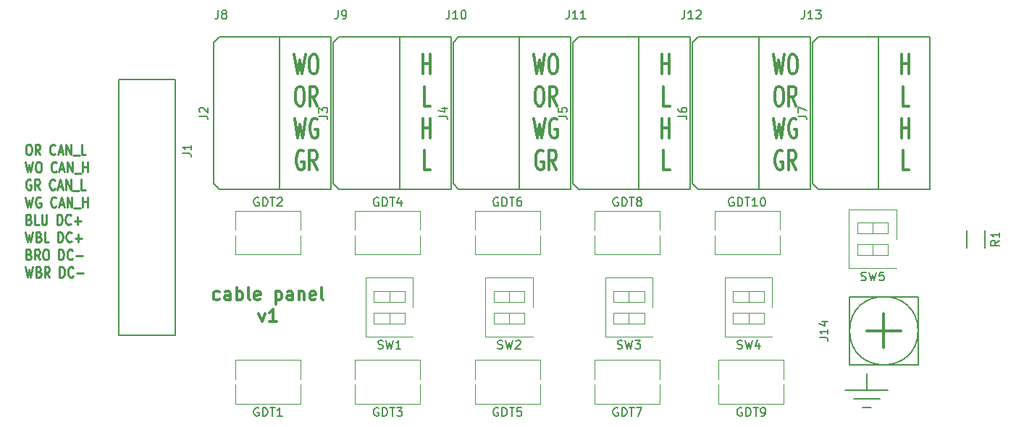
<source format=gto>
G04 #@! TF.FileFunction,Legend,Top*
%FSLAX46Y46*%
G04 Gerber Fmt 4.6, Leading zero omitted, Abs format (unit mm)*
G04 Created by KiCad (PCBNEW 4.0.6) date Sunday, 05 May 2019 10:36:36*
%MOMM*%
%LPD*%
G01*
G04 APERTURE LIST*
%ADD10C,0.100000*%
%ADD11C,0.300000*%
%ADD12C,0.200000*%
%ADD13C,0.250000*%
%ADD14C,0.150000*%
%ADD15C,0.120000*%
G04 APERTURE END LIST*
D10*
D11*
X132821429Y-95332143D02*
X132678572Y-95403571D01*
X132392858Y-95403571D01*
X132250000Y-95332143D01*
X132178572Y-95260714D01*
X132107143Y-95117857D01*
X132107143Y-94689286D01*
X132178572Y-94546429D01*
X132250000Y-94475000D01*
X132392858Y-94403571D01*
X132678572Y-94403571D01*
X132821429Y-94475000D01*
X134107143Y-95403571D02*
X134107143Y-94617857D01*
X134035714Y-94475000D01*
X133892857Y-94403571D01*
X133607143Y-94403571D01*
X133464286Y-94475000D01*
X134107143Y-95332143D02*
X133964286Y-95403571D01*
X133607143Y-95403571D01*
X133464286Y-95332143D01*
X133392857Y-95189286D01*
X133392857Y-95046429D01*
X133464286Y-94903571D01*
X133607143Y-94832143D01*
X133964286Y-94832143D01*
X134107143Y-94760714D01*
X134821429Y-95403571D02*
X134821429Y-93903571D01*
X134821429Y-94475000D02*
X134964286Y-94403571D01*
X135250000Y-94403571D01*
X135392857Y-94475000D01*
X135464286Y-94546429D01*
X135535715Y-94689286D01*
X135535715Y-95117857D01*
X135464286Y-95260714D01*
X135392857Y-95332143D01*
X135250000Y-95403571D01*
X134964286Y-95403571D01*
X134821429Y-95332143D01*
X136392858Y-95403571D02*
X136250000Y-95332143D01*
X136178572Y-95189286D01*
X136178572Y-93903571D01*
X137535714Y-95332143D02*
X137392857Y-95403571D01*
X137107143Y-95403571D01*
X136964286Y-95332143D01*
X136892857Y-95189286D01*
X136892857Y-94617857D01*
X136964286Y-94475000D01*
X137107143Y-94403571D01*
X137392857Y-94403571D01*
X137535714Y-94475000D01*
X137607143Y-94617857D01*
X137607143Y-94760714D01*
X136892857Y-94903571D01*
X139392857Y-94403571D02*
X139392857Y-95903571D01*
X139392857Y-94475000D02*
X139535714Y-94403571D01*
X139821428Y-94403571D01*
X139964285Y-94475000D01*
X140035714Y-94546429D01*
X140107143Y-94689286D01*
X140107143Y-95117857D01*
X140035714Y-95260714D01*
X139964285Y-95332143D01*
X139821428Y-95403571D01*
X139535714Y-95403571D01*
X139392857Y-95332143D01*
X141392857Y-95403571D02*
X141392857Y-94617857D01*
X141321428Y-94475000D01*
X141178571Y-94403571D01*
X140892857Y-94403571D01*
X140750000Y-94475000D01*
X141392857Y-95332143D02*
X141250000Y-95403571D01*
X140892857Y-95403571D01*
X140750000Y-95332143D01*
X140678571Y-95189286D01*
X140678571Y-95046429D01*
X140750000Y-94903571D01*
X140892857Y-94832143D01*
X141250000Y-94832143D01*
X141392857Y-94760714D01*
X142107143Y-94403571D02*
X142107143Y-95403571D01*
X142107143Y-94546429D02*
X142178571Y-94475000D01*
X142321429Y-94403571D01*
X142535714Y-94403571D01*
X142678571Y-94475000D01*
X142750000Y-94617857D01*
X142750000Y-95403571D01*
X144035714Y-95332143D02*
X143892857Y-95403571D01*
X143607143Y-95403571D01*
X143464286Y-95332143D01*
X143392857Y-95189286D01*
X143392857Y-94617857D01*
X143464286Y-94475000D01*
X143607143Y-94403571D01*
X143892857Y-94403571D01*
X144035714Y-94475000D01*
X144107143Y-94617857D01*
X144107143Y-94760714D01*
X143392857Y-94903571D01*
X144964286Y-95403571D02*
X144821428Y-95332143D01*
X144750000Y-95189286D01*
X144750000Y-93903571D01*
X137428572Y-96953571D02*
X137785715Y-97953571D01*
X138142857Y-96953571D01*
X139500000Y-97953571D02*
X138642857Y-97953571D01*
X139071429Y-97953571D02*
X139071429Y-96453571D01*
X138928572Y-96667857D01*
X138785714Y-96810714D01*
X138642857Y-96882143D01*
D12*
X208500000Y-106000000D02*
X208500000Y-104000000D01*
X206000000Y-106000000D02*
X211000000Y-106000000D01*
X207000000Y-107000000D02*
X210000000Y-107000000D01*
X208000000Y-108000000D02*
X209000000Y-108000000D01*
D11*
X184571429Y-68915476D02*
X184571429Y-66615476D01*
X184571429Y-67710714D02*
X185428572Y-67710714D01*
X185428572Y-68915476D02*
X185428572Y-66615476D01*
X185464286Y-72665476D02*
X184750000Y-72665476D01*
X184750000Y-70365476D01*
X184571429Y-76415476D02*
X184571429Y-74115476D01*
X184571429Y-75210714D02*
X185428572Y-75210714D01*
X185428572Y-76415476D02*
X185428572Y-74115476D01*
X185464286Y-80165476D02*
X184750000Y-80165476D01*
X184750000Y-77865476D01*
X169571429Y-66615476D02*
X169928572Y-68915476D01*
X170214286Y-67272619D01*
X170500000Y-68915476D01*
X170857143Y-66615476D01*
X171714286Y-66615476D02*
X172000000Y-66615476D01*
X172142858Y-66725000D01*
X172285715Y-66944048D01*
X172357143Y-67382143D01*
X172357143Y-68148810D01*
X172285715Y-68586905D01*
X172142858Y-68805952D01*
X172000000Y-68915476D01*
X171714286Y-68915476D01*
X171571429Y-68805952D01*
X171428572Y-68586905D01*
X171357143Y-68148810D01*
X171357143Y-67382143D01*
X171428572Y-66944048D01*
X171571429Y-66725000D01*
X171714286Y-66615476D01*
X170107143Y-70365476D02*
X170392857Y-70365476D01*
X170535715Y-70475000D01*
X170678572Y-70694048D01*
X170750000Y-71132143D01*
X170750000Y-71898810D01*
X170678572Y-72336905D01*
X170535715Y-72555952D01*
X170392857Y-72665476D01*
X170107143Y-72665476D01*
X169964286Y-72555952D01*
X169821429Y-72336905D01*
X169750000Y-71898810D01*
X169750000Y-71132143D01*
X169821429Y-70694048D01*
X169964286Y-70475000D01*
X170107143Y-70365476D01*
X172250001Y-72665476D02*
X171750001Y-71570238D01*
X171392858Y-72665476D02*
X171392858Y-70365476D01*
X171964286Y-70365476D01*
X172107144Y-70475000D01*
X172178572Y-70584524D01*
X172250001Y-70803571D01*
X172250001Y-71132143D01*
X172178572Y-71351190D01*
X172107144Y-71460714D01*
X171964286Y-71570238D01*
X171392858Y-71570238D01*
X169607143Y-74115476D02*
X169964286Y-76415476D01*
X170250000Y-74772619D01*
X170535714Y-76415476D01*
X170892857Y-74115476D01*
X172250000Y-74225000D02*
X172107143Y-74115476D01*
X171892857Y-74115476D01*
X171678572Y-74225000D01*
X171535714Y-74444048D01*
X171464286Y-74663095D01*
X171392857Y-75101190D01*
X171392857Y-75429762D01*
X171464286Y-75867857D01*
X171535714Y-76086905D01*
X171678572Y-76305952D01*
X171892857Y-76415476D01*
X172035714Y-76415476D01*
X172250000Y-76305952D01*
X172321429Y-76196429D01*
X172321429Y-75429762D01*
X172035714Y-75429762D01*
X170642857Y-77975000D02*
X170500000Y-77865476D01*
X170285714Y-77865476D01*
X170071429Y-77975000D01*
X169928571Y-78194048D01*
X169857143Y-78413095D01*
X169785714Y-78851190D01*
X169785714Y-79179762D01*
X169857143Y-79617857D01*
X169928571Y-79836905D01*
X170071429Y-80055952D01*
X170285714Y-80165476D01*
X170428571Y-80165476D01*
X170642857Y-80055952D01*
X170714286Y-79946429D01*
X170714286Y-79179762D01*
X170428571Y-79179762D01*
X172214286Y-80165476D02*
X171714286Y-79070238D01*
X171357143Y-80165476D02*
X171357143Y-77865476D01*
X171928571Y-77865476D01*
X172071429Y-77975000D01*
X172142857Y-78084524D01*
X172214286Y-78303571D01*
X172214286Y-78632143D01*
X172142857Y-78851190D01*
X172071429Y-78960714D01*
X171928571Y-79070238D01*
X171357143Y-79070238D01*
X156571429Y-68915476D02*
X156571429Y-66615476D01*
X156571429Y-67710714D02*
X157428572Y-67710714D01*
X157428572Y-68915476D02*
X157428572Y-66615476D01*
X157464286Y-72665476D02*
X156750000Y-72665476D01*
X156750000Y-70365476D01*
X156571429Y-76415476D02*
X156571429Y-74115476D01*
X156571429Y-75210714D02*
X157428572Y-75210714D01*
X157428572Y-76415476D02*
X157428572Y-74115476D01*
X157464286Y-80165476D02*
X156750000Y-80165476D01*
X156750000Y-77865476D01*
X141571429Y-66615476D02*
X141928572Y-68915476D01*
X142214286Y-67272619D01*
X142500000Y-68915476D01*
X142857143Y-66615476D01*
X143714286Y-66615476D02*
X144000000Y-66615476D01*
X144142858Y-66725000D01*
X144285715Y-66944048D01*
X144357143Y-67382143D01*
X144357143Y-68148810D01*
X144285715Y-68586905D01*
X144142858Y-68805952D01*
X144000000Y-68915476D01*
X143714286Y-68915476D01*
X143571429Y-68805952D01*
X143428572Y-68586905D01*
X143357143Y-68148810D01*
X143357143Y-67382143D01*
X143428572Y-66944048D01*
X143571429Y-66725000D01*
X143714286Y-66615476D01*
X142107143Y-70365476D02*
X142392857Y-70365476D01*
X142535715Y-70475000D01*
X142678572Y-70694048D01*
X142750000Y-71132143D01*
X142750000Y-71898810D01*
X142678572Y-72336905D01*
X142535715Y-72555952D01*
X142392857Y-72665476D01*
X142107143Y-72665476D01*
X141964286Y-72555952D01*
X141821429Y-72336905D01*
X141750000Y-71898810D01*
X141750000Y-71132143D01*
X141821429Y-70694048D01*
X141964286Y-70475000D01*
X142107143Y-70365476D01*
X144250001Y-72665476D02*
X143750001Y-71570238D01*
X143392858Y-72665476D02*
X143392858Y-70365476D01*
X143964286Y-70365476D01*
X144107144Y-70475000D01*
X144178572Y-70584524D01*
X144250001Y-70803571D01*
X144250001Y-71132143D01*
X144178572Y-71351190D01*
X144107144Y-71460714D01*
X143964286Y-71570238D01*
X143392858Y-71570238D01*
X141607143Y-74115476D02*
X141964286Y-76415476D01*
X142250000Y-74772619D01*
X142535714Y-76415476D01*
X142892857Y-74115476D01*
X144250000Y-74225000D02*
X144107143Y-74115476D01*
X143892857Y-74115476D01*
X143678572Y-74225000D01*
X143535714Y-74444048D01*
X143464286Y-74663095D01*
X143392857Y-75101190D01*
X143392857Y-75429762D01*
X143464286Y-75867857D01*
X143535714Y-76086905D01*
X143678572Y-76305952D01*
X143892857Y-76415476D01*
X144035714Y-76415476D01*
X144250000Y-76305952D01*
X144321429Y-76196429D01*
X144321429Y-75429762D01*
X144035714Y-75429762D01*
X142642857Y-77975000D02*
X142500000Y-77865476D01*
X142285714Y-77865476D01*
X142071429Y-77975000D01*
X141928571Y-78194048D01*
X141857143Y-78413095D01*
X141785714Y-78851190D01*
X141785714Y-79179762D01*
X141857143Y-79617857D01*
X141928571Y-79836905D01*
X142071429Y-80055952D01*
X142285714Y-80165476D01*
X142428571Y-80165476D01*
X142642857Y-80055952D01*
X142714286Y-79946429D01*
X142714286Y-79179762D01*
X142428571Y-79179762D01*
X144214286Y-80165476D02*
X143714286Y-79070238D01*
X143357143Y-80165476D02*
X143357143Y-77865476D01*
X143928571Y-77865476D01*
X144071429Y-77975000D01*
X144142857Y-78084524D01*
X144214286Y-78303571D01*
X144214286Y-78632143D01*
X144142857Y-78851190D01*
X144071429Y-78960714D01*
X143928571Y-79070238D01*
X143357143Y-79070238D01*
X212571429Y-68915476D02*
X212571429Y-66615476D01*
X212571429Y-67710714D02*
X213428572Y-67710714D01*
X213428572Y-68915476D02*
X213428572Y-66615476D01*
X213464286Y-72665476D02*
X212750000Y-72665476D01*
X212750000Y-70365476D01*
X212571429Y-76415476D02*
X212571429Y-74115476D01*
X212571429Y-75210714D02*
X213428572Y-75210714D01*
X213428572Y-76415476D02*
X213428572Y-74115476D01*
X213464286Y-80165476D02*
X212750000Y-80165476D01*
X212750000Y-77865476D01*
X197571429Y-66615476D02*
X197928572Y-68915476D01*
X198214286Y-67272619D01*
X198500000Y-68915476D01*
X198857143Y-66615476D01*
X199714286Y-66615476D02*
X200000000Y-66615476D01*
X200142858Y-66725000D01*
X200285715Y-66944048D01*
X200357143Y-67382143D01*
X200357143Y-68148810D01*
X200285715Y-68586905D01*
X200142858Y-68805952D01*
X200000000Y-68915476D01*
X199714286Y-68915476D01*
X199571429Y-68805952D01*
X199428572Y-68586905D01*
X199357143Y-68148810D01*
X199357143Y-67382143D01*
X199428572Y-66944048D01*
X199571429Y-66725000D01*
X199714286Y-66615476D01*
X198107143Y-70365476D02*
X198392857Y-70365476D01*
X198535715Y-70475000D01*
X198678572Y-70694048D01*
X198750000Y-71132143D01*
X198750000Y-71898810D01*
X198678572Y-72336905D01*
X198535715Y-72555952D01*
X198392857Y-72665476D01*
X198107143Y-72665476D01*
X197964286Y-72555952D01*
X197821429Y-72336905D01*
X197750000Y-71898810D01*
X197750000Y-71132143D01*
X197821429Y-70694048D01*
X197964286Y-70475000D01*
X198107143Y-70365476D01*
X200250001Y-72665476D02*
X199750001Y-71570238D01*
X199392858Y-72665476D02*
X199392858Y-70365476D01*
X199964286Y-70365476D01*
X200107144Y-70475000D01*
X200178572Y-70584524D01*
X200250001Y-70803571D01*
X200250001Y-71132143D01*
X200178572Y-71351190D01*
X200107144Y-71460714D01*
X199964286Y-71570238D01*
X199392858Y-71570238D01*
X197607143Y-74115476D02*
X197964286Y-76415476D01*
X198250000Y-74772619D01*
X198535714Y-76415476D01*
X198892857Y-74115476D01*
X200250000Y-74225000D02*
X200107143Y-74115476D01*
X199892857Y-74115476D01*
X199678572Y-74225000D01*
X199535714Y-74444048D01*
X199464286Y-74663095D01*
X199392857Y-75101190D01*
X199392857Y-75429762D01*
X199464286Y-75867857D01*
X199535714Y-76086905D01*
X199678572Y-76305952D01*
X199892857Y-76415476D01*
X200035714Y-76415476D01*
X200250000Y-76305952D01*
X200321429Y-76196429D01*
X200321429Y-75429762D01*
X200035714Y-75429762D01*
X198642857Y-77975000D02*
X198500000Y-77865476D01*
X198285714Y-77865476D01*
X198071429Y-77975000D01*
X197928571Y-78194048D01*
X197857143Y-78413095D01*
X197785714Y-78851190D01*
X197785714Y-79179762D01*
X197857143Y-79617857D01*
X197928571Y-79836905D01*
X198071429Y-80055952D01*
X198285714Y-80165476D01*
X198428571Y-80165476D01*
X198642857Y-80055952D01*
X198714286Y-79946429D01*
X198714286Y-79179762D01*
X198428571Y-79179762D01*
X200214286Y-80165476D02*
X199714286Y-79070238D01*
X199357143Y-80165476D02*
X199357143Y-77865476D01*
X199928571Y-77865476D01*
X200071429Y-77975000D01*
X200142857Y-78084524D01*
X200214286Y-78303571D01*
X200214286Y-78632143D01*
X200142857Y-78851190D01*
X200071429Y-78960714D01*
X199928571Y-79070238D01*
X199357143Y-79070238D01*
D13*
X110428571Y-77167857D02*
X110619048Y-77167857D01*
X110714286Y-77225000D01*
X110809524Y-77339286D01*
X110857143Y-77567857D01*
X110857143Y-77967857D01*
X110809524Y-78196429D01*
X110714286Y-78310714D01*
X110619048Y-78367857D01*
X110428571Y-78367857D01*
X110333333Y-78310714D01*
X110238095Y-78196429D01*
X110190476Y-77967857D01*
X110190476Y-77567857D01*
X110238095Y-77339286D01*
X110333333Y-77225000D01*
X110428571Y-77167857D01*
X111857143Y-78367857D02*
X111523809Y-77796429D01*
X111285714Y-78367857D02*
X111285714Y-77167857D01*
X111666667Y-77167857D01*
X111761905Y-77225000D01*
X111809524Y-77282143D01*
X111857143Y-77396429D01*
X111857143Y-77567857D01*
X111809524Y-77682143D01*
X111761905Y-77739286D01*
X111666667Y-77796429D01*
X111285714Y-77796429D01*
X113619048Y-78253571D02*
X113571429Y-78310714D01*
X113428572Y-78367857D01*
X113333334Y-78367857D01*
X113190476Y-78310714D01*
X113095238Y-78196429D01*
X113047619Y-78082143D01*
X113000000Y-77853571D01*
X113000000Y-77682143D01*
X113047619Y-77453571D01*
X113095238Y-77339286D01*
X113190476Y-77225000D01*
X113333334Y-77167857D01*
X113428572Y-77167857D01*
X113571429Y-77225000D01*
X113619048Y-77282143D01*
X114000000Y-78025000D02*
X114476191Y-78025000D01*
X113904762Y-78367857D02*
X114238095Y-77167857D01*
X114571429Y-78367857D01*
X114904762Y-78367857D02*
X114904762Y-77167857D01*
X115476191Y-78367857D01*
X115476191Y-77167857D01*
X115714286Y-78482143D02*
X116476191Y-78482143D01*
X117190477Y-78367857D02*
X116714286Y-78367857D01*
X116714286Y-77167857D01*
X110142857Y-79217857D02*
X110380952Y-80417857D01*
X110571429Y-79560714D01*
X110761905Y-80417857D01*
X111000000Y-79217857D01*
X111571428Y-79217857D02*
X111761905Y-79217857D01*
X111857143Y-79275000D01*
X111952381Y-79389286D01*
X112000000Y-79617857D01*
X112000000Y-80017857D01*
X111952381Y-80246429D01*
X111857143Y-80360714D01*
X111761905Y-80417857D01*
X111571428Y-80417857D01*
X111476190Y-80360714D01*
X111380952Y-80246429D01*
X111333333Y-80017857D01*
X111333333Y-79617857D01*
X111380952Y-79389286D01*
X111476190Y-79275000D01*
X111571428Y-79217857D01*
X113761905Y-80303571D02*
X113714286Y-80360714D01*
X113571429Y-80417857D01*
X113476191Y-80417857D01*
X113333333Y-80360714D01*
X113238095Y-80246429D01*
X113190476Y-80132143D01*
X113142857Y-79903571D01*
X113142857Y-79732143D01*
X113190476Y-79503571D01*
X113238095Y-79389286D01*
X113333333Y-79275000D01*
X113476191Y-79217857D01*
X113571429Y-79217857D01*
X113714286Y-79275000D01*
X113761905Y-79332143D01*
X114142857Y-80075000D02*
X114619048Y-80075000D01*
X114047619Y-80417857D02*
X114380952Y-79217857D01*
X114714286Y-80417857D01*
X115047619Y-80417857D02*
X115047619Y-79217857D01*
X115619048Y-80417857D01*
X115619048Y-79217857D01*
X115857143Y-80532143D02*
X116619048Y-80532143D01*
X116857143Y-80417857D02*
X116857143Y-79217857D01*
X116857143Y-79789286D02*
X117428572Y-79789286D01*
X117428572Y-80417857D02*
X117428572Y-79217857D01*
X110761905Y-81325000D02*
X110666667Y-81267857D01*
X110523810Y-81267857D01*
X110380952Y-81325000D01*
X110285714Y-81439286D01*
X110238095Y-81553571D01*
X110190476Y-81782143D01*
X110190476Y-81953571D01*
X110238095Y-82182143D01*
X110285714Y-82296429D01*
X110380952Y-82410714D01*
X110523810Y-82467857D01*
X110619048Y-82467857D01*
X110761905Y-82410714D01*
X110809524Y-82353571D01*
X110809524Y-81953571D01*
X110619048Y-81953571D01*
X111809524Y-82467857D02*
X111476190Y-81896429D01*
X111238095Y-82467857D02*
X111238095Y-81267857D01*
X111619048Y-81267857D01*
X111714286Y-81325000D01*
X111761905Y-81382143D01*
X111809524Y-81496429D01*
X111809524Y-81667857D01*
X111761905Y-81782143D01*
X111714286Y-81839286D01*
X111619048Y-81896429D01*
X111238095Y-81896429D01*
X113571429Y-82353571D02*
X113523810Y-82410714D01*
X113380953Y-82467857D01*
X113285715Y-82467857D01*
X113142857Y-82410714D01*
X113047619Y-82296429D01*
X113000000Y-82182143D01*
X112952381Y-81953571D01*
X112952381Y-81782143D01*
X113000000Y-81553571D01*
X113047619Y-81439286D01*
X113142857Y-81325000D01*
X113285715Y-81267857D01*
X113380953Y-81267857D01*
X113523810Y-81325000D01*
X113571429Y-81382143D01*
X113952381Y-82125000D02*
X114428572Y-82125000D01*
X113857143Y-82467857D02*
X114190476Y-81267857D01*
X114523810Y-82467857D01*
X114857143Y-82467857D02*
X114857143Y-81267857D01*
X115428572Y-82467857D01*
X115428572Y-81267857D01*
X115666667Y-82582143D02*
X116428572Y-82582143D01*
X117142858Y-82467857D02*
X116666667Y-82467857D01*
X116666667Y-81267857D01*
X110142857Y-83317857D02*
X110380952Y-84517857D01*
X110571429Y-83660714D01*
X110761905Y-84517857D01*
X111000000Y-83317857D01*
X111904762Y-83375000D02*
X111809524Y-83317857D01*
X111666667Y-83317857D01*
X111523809Y-83375000D01*
X111428571Y-83489286D01*
X111380952Y-83603571D01*
X111333333Y-83832143D01*
X111333333Y-84003571D01*
X111380952Y-84232143D01*
X111428571Y-84346429D01*
X111523809Y-84460714D01*
X111666667Y-84517857D01*
X111761905Y-84517857D01*
X111904762Y-84460714D01*
X111952381Y-84403571D01*
X111952381Y-84003571D01*
X111761905Y-84003571D01*
X113714286Y-84403571D02*
X113666667Y-84460714D01*
X113523810Y-84517857D01*
X113428572Y-84517857D01*
X113285714Y-84460714D01*
X113190476Y-84346429D01*
X113142857Y-84232143D01*
X113095238Y-84003571D01*
X113095238Y-83832143D01*
X113142857Y-83603571D01*
X113190476Y-83489286D01*
X113285714Y-83375000D01*
X113428572Y-83317857D01*
X113523810Y-83317857D01*
X113666667Y-83375000D01*
X113714286Y-83432143D01*
X114095238Y-84175000D02*
X114571429Y-84175000D01*
X114000000Y-84517857D02*
X114333333Y-83317857D01*
X114666667Y-84517857D01*
X115000000Y-84517857D02*
X115000000Y-83317857D01*
X115571429Y-84517857D01*
X115571429Y-83317857D01*
X115809524Y-84632143D02*
X116571429Y-84632143D01*
X116809524Y-84517857D02*
X116809524Y-83317857D01*
X116809524Y-83889286D02*
X117380953Y-83889286D01*
X117380953Y-84517857D02*
X117380953Y-83317857D01*
X110571429Y-85939286D02*
X110714286Y-85996429D01*
X110761905Y-86053571D01*
X110809524Y-86167857D01*
X110809524Y-86339286D01*
X110761905Y-86453571D01*
X110714286Y-86510714D01*
X110619048Y-86567857D01*
X110238095Y-86567857D01*
X110238095Y-85367857D01*
X110571429Y-85367857D01*
X110666667Y-85425000D01*
X110714286Y-85482143D01*
X110761905Y-85596429D01*
X110761905Y-85710714D01*
X110714286Y-85825000D01*
X110666667Y-85882143D01*
X110571429Y-85939286D01*
X110238095Y-85939286D01*
X111714286Y-86567857D02*
X111238095Y-86567857D01*
X111238095Y-85367857D01*
X112047619Y-85367857D02*
X112047619Y-86339286D01*
X112095238Y-86453571D01*
X112142857Y-86510714D01*
X112238095Y-86567857D01*
X112428572Y-86567857D01*
X112523810Y-86510714D01*
X112571429Y-86453571D01*
X112619048Y-86339286D01*
X112619048Y-85367857D01*
X113857143Y-86567857D02*
X113857143Y-85367857D01*
X114095238Y-85367857D01*
X114238096Y-85425000D01*
X114333334Y-85539286D01*
X114380953Y-85653571D01*
X114428572Y-85882143D01*
X114428572Y-86053571D01*
X114380953Y-86282143D01*
X114333334Y-86396429D01*
X114238096Y-86510714D01*
X114095238Y-86567857D01*
X113857143Y-86567857D01*
X115428572Y-86453571D02*
X115380953Y-86510714D01*
X115238096Y-86567857D01*
X115142858Y-86567857D01*
X115000000Y-86510714D01*
X114904762Y-86396429D01*
X114857143Y-86282143D01*
X114809524Y-86053571D01*
X114809524Y-85882143D01*
X114857143Y-85653571D01*
X114904762Y-85539286D01*
X115000000Y-85425000D01*
X115142858Y-85367857D01*
X115238096Y-85367857D01*
X115380953Y-85425000D01*
X115428572Y-85482143D01*
X115857143Y-86110714D02*
X116619048Y-86110714D01*
X116238096Y-86567857D02*
X116238096Y-85653571D01*
X110142857Y-87417857D02*
X110380952Y-88617857D01*
X110571429Y-87760714D01*
X110761905Y-88617857D01*
X111000000Y-87417857D01*
X111714286Y-87989286D02*
X111857143Y-88046429D01*
X111904762Y-88103571D01*
X111952381Y-88217857D01*
X111952381Y-88389286D01*
X111904762Y-88503571D01*
X111857143Y-88560714D01*
X111761905Y-88617857D01*
X111380952Y-88617857D01*
X111380952Y-87417857D01*
X111714286Y-87417857D01*
X111809524Y-87475000D01*
X111857143Y-87532143D01*
X111904762Y-87646429D01*
X111904762Y-87760714D01*
X111857143Y-87875000D01*
X111809524Y-87932143D01*
X111714286Y-87989286D01*
X111380952Y-87989286D01*
X112857143Y-88617857D02*
X112380952Y-88617857D01*
X112380952Y-87417857D01*
X113952381Y-88617857D02*
X113952381Y-87417857D01*
X114190476Y-87417857D01*
X114333334Y-87475000D01*
X114428572Y-87589286D01*
X114476191Y-87703571D01*
X114523810Y-87932143D01*
X114523810Y-88103571D01*
X114476191Y-88332143D01*
X114428572Y-88446429D01*
X114333334Y-88560714D01*
X114190476Y-88617857D01*
X113952381Y-88617857D01*
X115523810Y-88503571D02*
X115476191Y-88560714D01*
X115333334Y-88617857D01*
X115238096Y-88617857D01*
X115095238Y-88560714D01*
X115000000Y-88446429D01*
X114952381Y-88332143D01*
X114904762Y-88103571D01*
X114904762Y-87932143D01*
X114952381Y-87703571D01*
X115000000Y-87589286D01*
X115095238Y-87475000D01*
X115238096Y-87417857D01*
X115333334Y-87417857D01*
X115476191Y-87475000D01*
X115523810Y-87532143D01*
X115952381Y-88160714D02*
X116714286Y-88160714D01*
X116333334Y-88617857D02*
X116333334Y-87703571D01*
X110571429Y-90039286D02*
X110714286Y-90096429D01*
X110761905Y-90153571D01*
X110809524Y-90267857D01*
X110809524Y-90439286D01*
X110761905Y-90553571D01*
X110714286Y-90610714D01*
X110619048Y-90667857D01*
X110238095Y-90667857D01*
X110238095Y-89467857D01*
X110571429Y-89467857D01*
X110666667Y-89525000D01*
X110714286Y-89582143D01*
X110761905Y-89696429D01*
X110761905Y-89810714D01*
X110714286Y-89925000D01*
X110666667Y-89982143D01*
X110571429Y-90039286D01*
X110238095Y-90039286D01*
X111809524Y-90667857D02*
X111476190Y-90096429D01*
X111238095Y-90667857D02*
X111238095Y-89467857D01*
X111619048Y-89467857D01*
X111714286Y-89525000D01*
X111761905Y-89582143D01*
X111809524Y-89696429D01*
X111809524Y-89867857D01*
X111761905Y-89982143D01*
X111714286Y-90039286D01*
X111619048Y-90096429D01*
X111238095Y-90096429D01*
X112428571Y-89467857D02*
X112619048Y-89467857D01*
X112714286Y-89525000D01*
X112809524Y-89639286D01*
X112857143Y-89867857D01*
X112857143Y-90267857D01*
X112809524Y-90496429D01*
X112714286Y-90610714D01*
X112619048Y-90667857D01*
X112428571Y-90667857D01*
X112333333Y-90610714D01*
X112238095Y-90496429D01*
X112190476Y-90267857D01*
X112190476Y-89867857D01*
X112238095Y-89639286D01*
X112333333Y-89525000D01*
X112428571Y-89467857D01*
X114047619Y-90667857D02*
X114047619Y-89467857D01*
X114285714Y-89467857D01*
X114428572Y-89525000D01*
X114523810Y-89639286D01*
X114571429Y-89753571D01*
X114619048Y-89982143D01*
X114619048Y-90153571D01*
X114571429Y-90382143D01*
X114523810Y-90496429D01*
X114428572Y-90610714D01*
X114285714Y-90667857D01*
X114047619Y-90667857D01*
X115619048Y-90553571D02*
X115571429Y-90610714D01*
X115428572Y-90667857D01*
X115333334Y-90667857D01*
X115190476Y-90610714D01*
X115095238Y-90496429D01*
X115047619Y-90382143D01*
X115000000Y-90153571D01*
X115000000Y-89982143D01*
X115047619Y-89753571D01*
X115095238Y-89639286D01*
X115190476Y-89525000D01*
X115333334Y-89467857D01*
X115428572Y-89467857D01*
X115571429Y-89525000D01*
X115619048Y-89582143D01*
X116047619Y-90210714D02*
X116809524Y-90210714D01*
X110142857Y-91517857D02*
X110380952Y-92717857D01*
X110571429Y-91860714D01*
X110761905Y-92717857D01*
X111000000Y-91517857D01*
X111714286Y-92089286D02*
X111857143Y-92146429D01*
X111904762Y-92203571D01*
X111952381Y-92317857D01*
X111952381Y-92489286D01*
X111904762Y-92603571D01*
X111857143Y-92660714D01*
X111761905Y-92717857D01*
X111380952Y-92717857D01*
X111380952Y-91517857D01*
X111714286Y-91517857D01*
X111809524Y-91575000D01*
X111857143Y-91632143D01*
X111904762Y-91746429D01*
X111904762Y-91860714D01*
X111857143Y-91975000D01*
X111809524Y-92032143D01*
X111714286Y-92089286D01*
X111380952Y-92089286D01*
X112952381Y-92717857D02*
X112619047Y-92146429D01*
X112380952Y-92717857D02*
X112380952Y-91517857D01*
X112761905Y-91517857D01*
X112857143Y-91575000D01*
X112904762Y-91632143D01*
X112952381Y-91746429D01*
X112952381Y-91917857D01*
X112904762Y-92032143D01*
X112857143Y-92089286D01*
X112761905Y-92146429D01*
X112380952Y-92146429D01*
X114142857Y-92717857D02*
X114142857Y-91517857D01*
X114380952Y-91517857D01*
X114523810Y-91575000D01*
X114619048Y-91689286D01*
X114666667Y-91803571D01*
X114714286Y-92032143D01*
X114714286Y-92203571D01*
X114666667Y-92432143D01*
X114619048Y-92546429D01*
X114523810Y-92660714D01*
X114380952Y-92717857D01*
X114142857Y-92717857D01*
X115714286Y-92603571D02*
X115666667Y-92660714D01*
X115523810Y-92717857D01*
X115428572Y-92717857D01*
X115285714Y-92660714D01*
X115190476Y-92546429D01*
X115142857Y-92432143D01*
X115095238Y-92203571D01*
X115095238Y-92032143D01*
X115142857Y-91803571D01*
X115190476Y-91689286D01*
X115285714Y-91575000D01*
X115428572Y-91517857D01*
X115523810Y-91517857D01*
X115666667Y-91575000D01*
X115714286Y-91632143D01*
X116142857Y-92260714D02*
X116904762Y-92260714D01*
D11*
X208500000Y-99000000D02*
X212500000Y-99000000D01*
X210500000Y-101000000D02*
X210500000Y-97000000D01*
D14*
X214500000Y-99000000D02*
G75*
G03X214500000Y-99000000I-4000000J0D01*
G01*
X206500000Y-95000000D02*
X214500000Y-95000000D01*
X214500000Y-95000000D02*
X214500000Y-103000000D01*
X214500000Y-103000000D02*
X206500000Y-103000000D01*
X206500000Y-103000000D02*
X206500000Y-95000000D01*
X202800000Y-82420000D02*
X202125000Y-81745000D01*
X202125000Y-65255000D02*
X202800000Y-64580000D01*
X209875000Y-64580000D02*
X215875000Y-64580000D01*
X215875000Y-64580000D02*
X215875000Y-82420000D01*
X215875000Y-82420000D02*
X209875000Y-82420000D01*
X209875000Y-64580000D02*
X209875000Y-82420000D01*
X209875000Y-82420000D02*
X202800000Y-82420000D01*
X202125000Y-81745000D02*
X202125000Y-65252000D01*
X202800000Y-64580000D02*
X209875000Y-64580000D01*
X188800000Y-82420000D02*
X188125000Y-81745000D01*
X188125000Y-65255000D02*
X188800000Y-64580000D01*
X195875000Y-64580000D02*
X201875000Y-64580000D01*
X201875000Y-64580000D02*
X201875000Y-82420000D01*
X201875000Y-82420000D02*
X195875000Y-82420000D01*
X195875000Y-64580000D02*
X195875000Y-82420000D01*
X195875000Y-82420000D02*
X188800000Y-82420000D01*
X188125000Y-81745000D02*
X188125000Y-65252000D01*
X188800000Y-64580000D02*
X195875000Y-64580000D01*
X174800000Y-82420000D02*
X174125000Y-81745000D01*
X174125000Y-65255000D02*
X174800000Y-64580000D01*
X181875000Y-64580000D02*
X187875000Y-64580000D01*
X187875000Y-64580000D02*
X187875000Y-82420000D01*
X187875000Y-82420000D02*
X181875000Y-82420000D01*
X181875000Y-64580000D02*
X181875000Y-82420000D01*
X181875000Y-82420000D02*
X174800000Y-82420000D01*
X174125000Y-81745000D02*
X174125000Y-65252000D01*
X174800000Y-64580000D02*
X181875000Y-64580000D01*
X160800000Y-82420000D02*
X160125000Y-81745000D01*
X160125000Y-65255000D02*
X160800000Y-64580000D01*
X167875000Y-64580000D02*
X173875000Y-64580000D01*
X173875000Y-64580000D02*
X173875000Y-82420000D01*
X173875000Y-82420000D02*
X167875000Y-82420000D01*
X167875000Y-64580000D02*
X167875000Y-82420000D01*
X167875000Y-82420000D02*
X160800000Y-82420000D01*
X160125000Y-81745000D02*
X160125000Y-65252000D01*
X160800000Y-64580000D02*
X167875000Y-64580000D01*
X146800000Y-82420000D02*
X146125000Y-81745000D01*
X146125000Y-65255000D02*
X146800000Y-64580000D01*
X153875000Y-64580000D02*
X159875000Y-64580000D01*
X159875000Y-64580000D02*
X159875000Y-82420000D01*
X159875000Y-82420000D02*
X153875000Y-82420000D01*
X153875000Y-64580000D02*
X153875000Y-82420000D01*
X153875000Y-82420000D02*
X146800000Y-82420000D01*
X146125000Y-81745000D02*
X146125000Y-65252000D01*
X146800000Y-64580000D02*
X153875000Y-64580000D01*
X132800000Y-82420000D02*
X132125000Y-81745000D01*
X132125000Y-65255000D02*
X132800000Y-64580000D01*
X139875000Y-64580000D02*
X145875000Y-64580000D01*
X145875000Y-64580000D02*
X145875000Y-82420000D01*
X145875000Y-82420000D02*
X139875000Y-82420000D01*
X139875000Y-64580000D02*
X139875000Y-82420000D01*
X139875000Y-82420000D02*
X132800000Y-82420000D01*
X132125000Y-81745000D02*
X132125000Y-65252000D01*
X132800000Y-64580000D02*
X139875000Y-64580000D01*
D15*
X190690000Y-84940000D02*
X198310000Y-84940000D01*
X190690000Y-90060000D02*
X198310000Y-90060000D01*
X190690000Y-84940000D02*
X190690000Y-87189000D01*
X190690000Y-87811000D02*
X190690000Y-90060000D01*
X198310000Y-84940000D02*
X198310000Y-87189000D01*
X198310000Y-87811000D02*
X198310000Y-90060000D01*
X198810000Y-107560000D02*
X191190000Y-107560000D01*
X198810000Y-102440000D02*
X191190000Y-102440000D01*
X198810000Y-107560000D02*
X198810000Y-105311000D01*
X198810000Y-104689000D02*
X198810000Y-102440000D01*
X191190000Y-107560000D02*
X191190000Y-105311000D01*
X191190000Y-104689000D02*
X191190000Y-102440000D01*
X176690000Y-84940000D02*
X184310000Y-84940000D01*
X176690000Y-90060000D02*
X184310000Y-90060000D01*
X176690000Y-84940000D02*
X176690000Y-87189000D01*
X176690000Y-87811000D02*
X176690000Y-90060000D01*
X184310000Y-84940000D02*
X184310000Y-87189000D01*
X184310000Y-87811000D02*
X184310000Y-90060000D01*
X184310000Y-107560000D02*
X176690000Y-107560000D01*
X184310000Y-102440000D02*
X176690000Y-102440000D01*
X184310000Y-107560000D02*
X184310000Y-105311000D01*
X184310000Y-104689000D02*
X184310000Y-102440000D01*
X176690000Y-107560000D02*
X176690000Y-105311000D01*
X176690000Y-104689000D02*
X176690000Y-102440000D01*
X162690000Y-84940000D02*
X170310000Y-84940000D01*
X162690000Y-90060000D02*
X170310000Y-90060000D01*
X162690000Y-84940000D02*
X162690000Y-87189000D01*
X162690000Y-87811000D02*
X162690000Y-90060000D01*
X170310000Y-84940000D02*
X170310000Y-87189000D01*
X170310000Y-87811000D02*
X170310000Y-90060000D01*
X170310000Y-107560000D02*
X162690000Y-107560000D01*
X170310000Y-102440000D02*
X162690000Y-102440000D01*
X170310000Y-107560000D02*
X170310000Y-105311000D01*
X170310000Y-104689000D02*
X170310000Y-102440000D01*
X162690000Y-107560000D02*
X162690000Y-105311000D01*
X162690000Y-104689000D02*
X162690000Y-102440000D01*
X148690000Y-84940000D02*
X156310000Y-84940000D01*
X148690000Y-90060000D02*
X156310000Y-90060000D01*
X148690000Y-84940000D02*
X148690000Y-87189000D01*
X148690000Y-87811000D02*
X148690000Y-90060000D01*
X156310000Y-84940000D02*
X156310000Y-87189000D01*
X156310000Y-87811000D02*
X156310000Y-90060000D01*
X156310000Y-107560000D02*
X148690000Y-107560000D01*
X156310000Y-102440000D02*
X148690000Y-102440000D01*
X156310000Y-107560000D02*
X156310000Y-105311000D01*
X156310000Y-104689000D02*
X156310000Y-102440000D01*
X148690000Y-107560000D02*
X148690000Y-105311000D01*
X148690000Y-104689000D02*
X148690000Y-102440000D01*
X134690000Y-84940000D02*
X142310000Y-84940000D01*
X134690000Y-90060000D02*
X142310000Y-90060000D01*
X134690000Y-84940000D02*
X134690000Y-87189000D01*
X134690000Y-87811000D02*
X134690000Y-90060000D01*
X142310000Y-84940000D02*
X142310000Y-87189000D01*
X142310000Y-87811000D02*
X142310000Y-90060000D01*
X142310000Y-107560000D02*
X134690000Y-107560000D01*
X142310000Y-102440000D02*
X134690000Y-102440000D01*
X142310000Y-107560000D02*
X142310000Y-105311000D01*
X142310000Y-104689000D02*
X142310000Y-102440000D01*
X134690000Y-107560000D02*
X134690000Y-105311000D01*
X134690000Y-104689000D02*
X134690000Y-102440000D01*
X211960000Y-91670000D02*
X206420000Y-91670000D01*
X206420000Y-91670000D02*
X206420000Y-84790000D01*
X206420000Y-84790000D02*
X211960000Y-84790000D01*
X211960000Y-84790000D02*
X211960000Y-88230000D01*
X211000000Y-90135000D02*
X211000000Y-88865000D01*
X211000000Y-88865000D02*
X207380000Y-88865000D01*
X207380000Y-88865000D02*
X207380000Y-90135000D01*
X207380000Y-90135000D02*
X211000000Y-90135000D01*
X209190000Y-90135000D02*
X209190000Y-88865000D01*
X211000000Y-87595000D02*
X211000000Y-86325000D01*
X211000000Y-86325000D02*
X207380000Y-86325000D01*
X207380000Y-86325000D02*
X207380000Y-87595000D01*
X207380000Y-87595000D02*
X211000000Y-87595000D01*
X209190000Y-87595000D02*
X209190000Y-86325000D01*
X197460000Y-99670000D02*
X191920000Y-99670000D01*
X191920000Y-99670000D02*
X191920000Y-92790000D01*
X191920000Y-92790000D02*
X197460000Y-92790000D01*
X197460000Y-92790000D02*
X197460000Y-96230000D01*
X196500000Y-98135000D02*
X196500000Y-96865000D01*
X196500000Y-96865000D02*
X192880000Y-96865000D01*
X192880000Y-96865000D02*
X192880000Y-98135000D01*
X192880000Y-98135000D02*
X196500000Y-98135000D01*
X194690000Y-98135000D02*
X194690000Y-96865000D01*
X196500000Y-95595000D02*
X196500000Y-94325000D01*
X196500000Y-94325000D02*
X192880000Y-94325000D01*
X192880000Y-94325000D02*
X192880000Y-95595000D01*
X192880000Y-95595000D02*
X196500000Y-95595000D01*
X194690000Y-95595000D02*
X194690000Y-94325000D01*
X183460000Y-99670000D02*
X177920000Y-99670000D01*
X177920000Y-99670000D02*
X177920000Y-92790000D01*
X177920000Y-92790000D02*
X183460000Y-92790000D01*
X183460000Y-92790000D02*
X183460000Y-96230000D01*
X182500000Y-98135000D02*
X182500000Y-96865000D01*
X182500000Y-96865000D02*
X178880000Y-96865000D01*
X178880000Y-96865000D02*
X178880000Y-98135000D01*
X178880000Y-98135000D02*
X182500000Y-98135000D01*
X180690000Y-98135000D02*
X180690000Y-96865000D01*
X182500000Y-95595000D02*
X182500000Y-94325000D01*
X182500000Y-94325000D02*
X178880000Y-94325000D01*
X178880000Y-94325000D02*
X178880000Y-95595000D01*
X178880000Y-95595000D02*
X182500000Y-95595000D01*
X180690000Y-95595000D02*
X180690000Y-94325000D01*
X169460000Y-99670000D02*
X163920000Y-99670000D01*
X163920000Y-99670000D02*
X163920000Y-92790000D01*
X163920000Y-92790000D02*
X169460000Y-92790000D01*
X169460000Y-92790000D02*
X169460000Y-96230000D01*
X168500000Y-98135000D02*
X168500000Y-96865000D01*
X168500000Y-96865000D02*
X164880000Y-96865000D01*
X164880000Y-96865000D02*
X164880000Y-98135000D01*
X164880000Y-98135000D02*
X168500000Y-98135000D01*
X166690000Y-98135000D02*
X166690000Y-96865000D01*
X168500000Y-95595000D02*
X168500000Y-94325000D01*
X168500000Y-94325000D02*
X164880000Y-94325000D01*
X164880000Y-94325000D02*
X164880000Y-95595000D01*
X164880000Y-95595000D02*
X168500000Y-95595000D01*
X166690000Y-95595000D02*
X166690000Y-94325000D01*
X155460000Y-99670000D02*
X149920000Y-99670000D01*
X149920000Y-99670000D02*
X149920000Y-92790000D01*
X149920000Y-92790000D02*
X155460000Y-92790000D01*
X155460000Y-92790000D02*
X155460000Y-96230000D01*
X154500000Y-98135000D02*
X154500000Y-96865000D01*
X154500000Y-96865000D02*
X150880000Y-96865000D01*
X150880000Y-96865000D02*
X150880000Y-98135000D01*
X150880000Y-98135000D02*
X154500000Y-98135000D01*
X152690000Y-98135000D02*
X152690000Y-96865000D01*
X154500000Y-95595000D02*
X154500000Y-94325000D01*
X154500000Y-94325000D02*
X150880000Y-94325000D01*
X150880000Y-94325000D02*
X150880000Y-95595000D01*
X150880000Y-95595000D02*
X154500000Y-95595000D01*
X152690000Y-95595000D02*
X152690000Y-94325000D01*
D14*
X220175000Y-89250000D02*
X220175000Y-87250000D01*
X222325000Y-87250000D02*
X222325000Y-89250000D01*
X127675000Y-69514000D02*
X121071000Y-69514000D01*
X121071000Y-69514000D02*
X121071000Y-99486000D01*
X121071000Y-99486000D02*
X127675000Y-99486000D01*
X127675000Y-99486000D02*
X127675000Y-69514000D01*
X202967381Y-99809523D02*
X203681667Y-99809523D01*
X203824524Y-99857143D01*
X203919762Y-99952381D01*
X203967381Y-100095238D01*
X203967381Y-100190476D01*
X203967381Y-98809523D02*
X203967381Y-99380952D01*
X203967381Y-99095238D02*
X202967381Y-99095238D01*
X203110238Y-99190476D01*
X203205476Y-99285714D01*
X203253095Y-99380952D01*
X203300714Y-97952380D02*
X203967381Y-97952380D01*
X202919762Y-98190476D02*
X203634048Y-98428571D01*
X203634048Y-97809523D01*
X201190477Y-61452381D02*
X201190477Y-62166667D01*
X201142857Y-62309524D01*
X201047619Y-62404762D01*
X200904762Y-62452381D01*
X200809524Y-62452381D01*
X202190477Y-62452381D02*
X201619048Y-62452381D01*
X201904762Y-62452381D02*
X201904762Y-61452381D01*
X201809524Y-61595238D01*
X201714286Y-61690476D01*
X201619048Y-61738095D01*
X202523810Y-61452381D02*
X203142858Y-61452381D01*
X202809524Y-61833333D01*
X202952382Y-61833333D01*
X203047620Y-61880952D01*
X203095239Y-61928571D01*
X203142858Y-62023810D01*
X203142858Y-62261905D01*
X203095239Y-62357143D01*
X203047620Y-62404762D01*
X202952382Y-62452381D01*
X202666667Y-62452381D01*
X202571429Y-62404762D01*
X202523810Y-62357143D01*
X187190477Y-61452381D02*
X187190477Y-62166667D01*
X187142857Y-62309524D01*
X187047619Y-62404762D01*
X186904762Y-62452381D01*
X186809524Y-62452381D01*
X188190477Y-62452381D02*
X187619048Y-62452381D01*
X187904762Y-62452381D02*
X187904762Y-61452381D01*
X187809524Y-61595238D01*
X187714286Y-61690476D01*
X187619048Y-61738095D01*
X188571429Y-61547619D02*
X188619048Y-61500000D01*
X188714286Y-61452381D01*
X188952382Y-61452381D01*
X189047620Y-61500000D01*
X189095239Y-61547619D01*
X189142858Y-61642857D01*
X189142858Y-61738095D01*
X189095239Y-61880952D01*
X188523810Y-62452381D01*
X189142858Y-62452381D01*
X173690477Y-61452381D02*
X173690477Y-62166667D01*
X173642857Y-62309524D01*
X173547619Y-62404762D01*
X173404762Y-62452381D01*
X173309524Y-62452381D01*
X174690477Y-62452381D02*
X174119048Y-62452381D01*
X174404762Y-62452381D02*
X174404762Y-61452381D01*
X174309524Y-61595238D01*
X174214286Y-61690476D01*
X174119048Y-61738095D01*
X175642858Y-62452381D02*
X175071429Y-62452381D01*
X175357143Y-62452381D02*
X175357143Y-61452381D01*
X175261905Y-61595238D01*
X175166667Y-61690476D01*
X175071429Y-61738095D01*
X159690477Y-61452381D02*
X159690477Y-62166667D01*
X159642857Y-62309524D01*
X159547619Y-62404762D01*
X159404762Y-62452381D01*
X159309524Y-62452381D01*
X160690477Y-62452381D02*
X160119048Y-62452381D01*
X160404762Y-62452381D02*
X160404762Y-61452381D01*
X160309524Y-61595238D01*
X160214286Y-61690476D01*
X160119048Y-61738095D01*
X161309524Y-61452381D02*
X161404763Y-61452381D01*
X161500001Y-61500000D01*
X161547620Y-61547619D01*
X161595239Y-61642857D01*
X161642858Y-61833333D01*
X161642858Y-62071429D01*
X161595239Y-62261905D01*
X161547620Y-62357143D01*
X161500001Y-62404762D01*
X161404763Y-62452381D01*
X161309524Y-62452381D01*
X161214286Y-62404762D01*
X161166667Y-62357143D01*
X161119048Y-62261905D01*
X161071429Y-62071429D01*
X161071429Y-61833333D01*
X161119048Y-61642857D01*
X161166667Y-61547619D01*
X161214286Y-61500000D01*
X161309524Y-61452381D01*
X146666667Y-61452381D02*
X146666667Y-62166667D01*
X146619047Y-62309524D01*
X146523809Y-62404762D01*
X146380952Y-62452381D01*
X146285714Y-62452381D01*
X147190476Y-62452381D02*
X147380952Y-62452381D01*
X147476191Y-62404762D01*
X147523810Y-62357143D01*
X147619048Y-62214286D01*
X147666667Y-62023810D01*
X147666667Y-61642857D01*
X147619048Y-61547619D01*
X147571429Y-61500000D01*
X147476191Y-61452381D01*
X147285714Y-61452381D01*
X147190476Y-61500000D01*
X147142857Y-61547619D01*
X147095238Y-61642857D01*
X147095238Y-61880952D01*
X147142857Y-61976190D01*
X147190476Y-62023810D01*
X147285714Y-62071429D01*
X147476191Y-62071429D01*
X147571429Y-62023810D01*
X147619048Y-61976190D01*
X147666667Y-61880952D01*
X132666667Y-61452381D02*
X132666667Y-62166667D01*
X132619047Y-62309524D01*
X132523809Y-62404762D01*
X132380952Y-62452381D01*
X132285714Y-62452381D01*
X133285714Y-61880952D02*
X133190476Y-61833333D01*
X133142857Y-61785714D01*
X133095238Y-61690476D01*
X133095238Y-61642857D01*
X133142857Y-61547619D01*
X133190476Y-61500000D01*
X133285714Y-61452381D01*
X133476191Y-61452381D01*
X133571429Y-61500000D01*
X133619048Y-61547619D01*
X133666667Y-61642857D01*
X133666667Y-61690476D01*
X133619048Y-61785714D01*
X133571429Y-61833333D01*
X133476191Y-61880952D01*
X133285714Y-61880952D01*
X133190476Y-61928571D01*
X133142857Y-61976190D01*
X133095238Y-62071429D01*
X133095238Y-62261905D01*
X133142857Y-62357143D01*
X133190476Y-62404762D01*
X133285714Y-62452381D01*
X133476191Y-62452381D01*
X133571429Y-62404762D01*
X133619048Y-62357143D01*
X133666667Y-62261905D01*
X133666667Y-62071429D01*
X133619048Y-61976190D01*
X133571429Y-61928571D01*
X133476191Y-61880952D01*
X200452381Y-73833333D02*
X201166667Y-73833333D01*
X201309524Y-73880953D01*
X201404762Y-73976191D01*
X201452381Y-74119048D01*
X201452381Y-74214286D01*
X200452381Y-73452381D02*
X200452381Y-72785714D01*
X201452381Y-73214286D01*
X186452381Y-73833333D02*
X187166667Y-73833333D01*
X187309524Y-73880953D01*
X187404762Y-73976191D01*
X187452381Y-74119048D01*
X187452381Y-74214286D01*
X186452381Y-72928571D02*
X186452381Y-73119048D01*
X186500000Y-73214286D01*
X186547619Y-73261905D01*
X186690476Y-73357143D01*
X186880952Y-73404762D01*
X187261905Y-73404762D01*
X187357143Y-73357143D01*
X187404762Y-73309524D01*
X187452381Y-73214286D01*
X187452381Y-73023809D01*
X187404762Y-72928571D01*
X187357143Y-72880952D01*
X187261905Y-72833333D01*
X187023810Y-72833333D01*
X186928571Y-72880952D01*
X186880952Y-72928571D01*
X186833333Y-73023809D01*
X186833333Y-73214286D01*
X186880952Y-73309524D01*
X186928571Y-73357143D01*
X187023810Y-73404762D01*
X172452381Y-73833333D02*
X173166667Y-73833333D01*
X173309524Y-73880953D01*
X173404762Y-73976191D01*
X173452381Y-74119048D01*
X173452381Y-74214286D01*
X172452381Y-72880952D02*
X172452381Y-73357143D01*
X172928571Y-73404762D01*
X172880952Y-73357143D01*
X172833333Y-73261905D01*
X172833333Y-73023809D01*
X172880952Y-72928571D01*
X172928571Y-72880952D01*
X173023810Y-72833333D01*
X173261905Y-72833333D01*
X173357143Y-72880952D01*
X173404762Y-72928571D01*
X173452381Y-73023809D01*
X173452381Y-73261905D01*
X173404762Y-73357143D01*
X173357143Y-73404762D01*
X158452381Y-73833333D02*
X159166667Y-73833333D01*
X159309524Y-73880953D01*
X159404762Y-73976191D01*
X159452381Y-74119048D01*
X159452381Y-74214286D01*
X158785714Y-72928571D02*
X159452381Y-72928571D01*
X158404762Y-73166667D02*
X159119048Y-73404762D01*
X159119048Y-72785714D01*
X144452381Y-73833333D02*
X145166667Y-73833333D01*
X145309524Y-73880953D01*
X145404762Y-73976191D01*
X145452381Y-74119048D01*
X145452381Y-74214286D01*
X144452381Y-73452381D02*
X144452381Y-72833333D01*
X144833333Y-73166667D01*
X144833333Y-73023809D01*
X144880952Y-72928571D01*
X144928571Y-72880952D01*
X145023810Y-72833333D01*
X145261905Y-72833333D01*
X145357143Y-72880952D01*
X145404762Y-72928571D01*
X145452381Y-73023809D01*
X145452381Y-73309524D01*
X145404762Y-73404762D01*
X145357143Y-73452381D01*
X130452381Y-73833333D02*
X131166667Y-73833333D01*
X131309524Y-73880953D01*
X131404762Y-73976191D01*
X131452381Y-74119048D01*
X131452381Y-74214286D01*
X130547619Y-73404762D02*
X130500000Y-73357143D01*
X130452381Y-73261905D01*
X130452381Y-73023809D01*
X130500000Y-72928571D01*
X130547619Y-72880952D01*
X130642857Y-72833333D01*
X130738095Y-72833333D01*
X130880952Y-72880952D01*
X131452381Y-73452381D01*
X131452381Y-72833333D01*
X192928572Y-83440000D02*
X192833334Y-83392381D01*
X192690477Y-83392381D01*
X192547619Y-83440000D01*
X192452381Y-83535238D01*
X192404762Y-83630476D01*
X192357143Y-83820952D01*
X192357143Y-83963810D01*
X192404762Y-84154286D01*
X192452381Y-84249524D01*
X192547619Y-84344762D01*
X192690477Y-84392381D01*
X192785715Y-84392381D01*
X192928572Y-84344762D01*
X192976191Y-84297143D01*
X192976191Y-83963810D01*
X192785715Y-83963810D01*
X193404762Y-84392381D02*
X193404762Y-83392381D01*
X193642857Y-83392381D01*
X193785715Y-83440000D01*
X193880953Y-83535238D01*
X193928572Y-83630476D01*
X193976191Y-83820952D01*
X193976191Y-83963810D01*
X193928572Y-84154286D01*
X193880953Y-84249524D01*
X193785715Y-84344762D01*
X193642857Y-84392381D01*
X193404762Y-84392381D01*
X194261905Y-83392381D02*
X194833334Y-83392381D01*
X194547619Y-84392381D02*
X194547619Y-83392381D01*
X195690477Y-84392381D02*
X195119048Y-84392381D01*
X195404762Y-84392381D02*
X195404762Y-83392381D01*
X195309524Y-83535238D01*
X195214286Y-83630476D01*
X195119048Y-83678095D01*
X196309524Y-83392381D02*
X196404763Y-83392381D01*
X196500001Y-83440000D01*
X196547620Y-83487619D01*
X196595239Y-83582857D01*
X196642858Y-83773333D01*
X196642858Y-84011429D01*
X196595239Y-84201905D01*
X196547620Y-84297143D01*
X196500001Y-84344762D01*
X196404763Y-84392381D01*
X196309524Y-84392381D01*
X196214286Y-84344762D01*
X196166667Y-84297143D01*
X196119048Y-84201905D01*
X196071429Y-84011429D01*
X196071429Y-83773333D01*
X196119048Y-83582857D01*
X196166667Y-83487619D01*
X196214286Y-83440000D01*
X196309524Y-83392381D01*
X193904762Y-108060000D02*
X193809524Y-108012381D01*
X193666667Y-108012381D01*
X193523809Y-108060000D01*
X193428571Y-108155238D01*
X193380952Y-108250476D01*
X193333333Y-108440952D01*
X193333333Y-108583810D01*
X193380952Y-108774286D01*
X193428571Y-108869524D01*
X193523809Y-108964762D01*
X193666667Y-109012381D01*
X193761905Y-109012381D01*
X193904762Y-108964762D01*
X193952381Y-108917143D01*
X193952381Y-108583810D01*
X193761905Y-108583810D01*
X194380952Y-109012381D02*
X194380952Y-108012381D01*
X194619047Y-108012381D01*
X194761905Y-108060000D01*
X194857143Y-108155238D01*
X194904762Y-108250476D01*
X194952381Y-108440952D01*
X194952381Y-108583810D01*
X194904762Y-108774286D01*
X194857143Y-108869524D01*
X194761905Y-108964762D01*
X194619047Y-109012381D01*
X194380952Y-109012381D01*
X195238095Y-108012381D02*
X195809524Y-108012381D01*
X195523809Y-109012381D02*
X195523809Y-108012381D01*
X196190476Y-109012381D02*
X196380952Y-109012381D01*
X196476191Y-108964762D01*
X196523810Y-108917143D01*
X196619048Y-108774286D01*
X196666667Y-108583810D01*
X196666667Y-108202857D01*
X196619048Y-108107619D01*
X196571429Y-108060000D01*
X196476191Y-108012381D01*
X196285714Y-108012381D01*
X196190476Y-108060000D01*
X196142857Y-108107619D01*
X196095238Y-108202857D01*
X196095238Y-108440952D01*
X196142857Y-108536190D01*
X196190476Y-108583810D01*
X196285714Y-108631429D01*
X196476191Y-108631429D01*
X196571429Y-108583810D01*
X196619048Y-108536190D01*
X196666667Y-108440952D01*
X179404762Y-83440000D02*
X179309524Y-83392381D01*
X179166667Y-83392381D01*
X179023809Y-83440000D01*
X178928571Y-83535238D01*
X178880952Y-83630476D01*
X178833333Y-83820952D01*
X178833333Y-83963810D01*
X178880952Y-84154286D01*
X178928571Y-84249524D01*
X179023809Y-84344762D01*
X179166667Y-84392381D01*
X179261905Y-84392381D01*
X179404762Y-84344762D01*
X179452381Y-84297143D01*
X179452381Y-83963810D01*
X179261905Y-83963810D01*
X179880952Y-84392381D02*
X179880952Y-83392381D01*
X180119047Y-83392381D01*
X180261905Y-83440000D01*
X180357143Y-83535238D01*
X180404762Y-83630476D01*
X180452381Y-83820952D01*
X180452381Y-83963810D01*
X180404762Y-84154286D01*
X180357143Y-84249524D01*
X180261905Y-84344762D01*
X180119047Y-84392381D01*
X179880952Y-84392381D01*
X180738095Y-83392381D02*
X181309524Y-83392381D01*
X181023809Y-84392381D02*
X181023809Y-83392381D01*
X181785714Y-83820952D02*
X181690476Y-83773333D01*
X181642857Y-83725714D01*
X181595238Y-83630476D01*
X181595238Y-83582857D01*
X181642857Y-83487619D01*
X181690476Y-83440000D01*
X181785714Y-83392381D01*
X181976191Y-83392381D01*
X182071429Y-83440000D01*
X182119048Y-83487619D01*
X182166667Y-83582857D01*
X182166667Y-83630476D01*
X182119048Y-83725714D01*
X182071429Y-83773333D01*
X181976191Y-83820952D01*
X181785714Y-83820952D01*
X181690476Y-83868571D01*
X181642857Y-83916190D01*
X181595238Y-84011429D01*
X181595238Y-84201905D01*
X181642857Y-84297143D01*
X181690476Y-84344762D01*
X181785714Y-84392381D01*
X181976191Y-84392381D01*
X182071429Y-84344762D01*
X182119048Y-84297143D01*
X182166667Y-84201905D01*
X182166667Y-84011429D01*
X182119048Y-83916190D01*
X182071429Y-83868571D01*
X181976191Y-83820952D01*
X179404762Y-108060000D02*
X179309524Y-108012381D01*
X179166667Y-108012381D01*
X179023809Y-108060000D01*
X178928571Y-108155238D01*
X178880952Y-108250476D01*
X178833333Y-108440952D01*
X178833333Y-108583810D01*
X178880952Y-108774286D01*
X178928571Y-108869524D01*
X179023809Y-108964762D01*
X179166667Y-109012381D01*
X179261905Y-109012381D01*
X179404762Y-108964762D01*
X179452381Y-108917143D01*
X179452381Y-108583810D01*
X179261905Y-108583810D01*
X179880952Y-109012381D02*
X179880952Y-108012381D01*
X180119047Y-108012381D01*
X180261905Y-108060000D01*
X180357143Y-108155238D01*
X180404762Y-108250476D01*
X180452381Y-108440952D01*
X180452381Y-108583810D01*
X180404762Y-108774286D01*
X180357143Y-108869524D01*
X180261905Y-108964762D01*
X180119047Y-109012381D01*
X179880952Y-109012381D01*
X180738095Y-108012381D02*
X181309524Y-108012381D01*
X181023809Y-109012381D02*
X181023809Y-108012381D01*
X181547619Y-108012381D02*
X182214286Y-108012381D01*
X181785714Y-109012381D01*
X165404762Y-83440000D02*
X165309524Y-83392381D01*
X165166667Y-83392381D01*
X165023809Y-83440000D01*
X164928571Y-83535238D01*
X164880952Y-83630476D01*
X164833333Y-83820952D01*
X164833333Y-83963810D01*
X164880952Y-84154286D01*
X164928571Y-84249524D01*
X165023809Y-84344762D01*
X165166667Y-84392381D01*
X165261905Y-84392381D01*
X165404762Y-84344762D01*
X165452381Y-84297143D01*
X165452381Y-83963810D01*
X165261905Y-83963810D01*
X165880952Y-84392381D02*
X165880952Y-83392381D01*
X166119047Y-83392381D01*
X166261905Y-83440000D01*
X166357143Y-83535238D01*
X166404762Y-83630476D01*
X166452381Y-83820952D01*
X166452381Y-83963810D01*
X166404762Y-84154286D01*
X166357143Y-84249524D01*
X166261905Y-84344762D01*
X166119047Y-84392381D01*
X165880952Y-84392381D01*
X166738095Y-83392381D02*
X167309524Y-83392381D01*
X167023809Y-84392381D02*
X167023809Y-83392381D01*
X168071429Y-83392381D02*
X167880952Y-83392381D01*
X167785714Y-83440000D01*
X167738095Y-83487619D01*
X167642857Y-83630476D01*
X167595238Y-83820952D01*
X167595238Y-84201905D01*
X167642857Y-84297143D01*
X167690476Y-84344762D01*
X167785714Y-84392381D01*
X167976191Y-84392381D01*
X168071429Y-84344762D01*
X168119048Y-84297143D01*
X168166667Y-84201905D01*
X168166667Y-83963810D01*
X168119048Y-83868571D01*
X168071429Y-83820952D01*
X167976191Y-83773333D01*
X167785714Y-83773333D01*
X167690476Y-83820952D01*
X167642857Y-83868571D01*
X167595238Y-83963810D01*
X165404762Y-108060000D02*
X165309524Y-108012381D01*
X165166667Y-108012381D01*
X165023809Y-108060000D01*
X164928571Y-108155238D01*
X164880952Y-108250476D01*
X164833333Y-108440952D01*
X164833333Y-108583810D01*
X164880952Y-108774286D01*
X164928571Y-108869524D01*
X165023809Y-108964762D01*
X165166667Y-109012381D01*
X165261905Y-109012381D01*
X165404762Y-108964762D01*
X165452381Y-108917143D01*
X165452381Y-108583810D01*
X165261905Y-108583810D01*
X165880952Y-109012381D02*
X165880952Y-108012381D01*
X166119047Y-108012381D01*
X166261905Y-108060000D01*
X166357143Y-108155238D01*
X166404762Y-108250476D01*
X166452381Y-108440952D01*
X166452381Y-108583810D01*
X166404762Y-108774286D01*
X166357143Y-108869524D01*
X166261905Y-108964762D01*
X166119047Y-109012381D01*
X165880952Y-109012381D01*
X166738095Y-108012381D02*
X167309524Y-108012381D01*
X167023809Y-109012381D02*
X167023809Y-108012381D01*
X168119048Y-108012381D02*
X167642857Y-108012381D01*
X167595238Y-108488571D01*
X167642857Y-108440952D01*
X167738095Y-108393333D01*
X167976191Y-108393333D01*
X168071429Y-108440952D01*
X168119048Y-108488571D01*
X168166667Y-108583810D01*
X168166667Y-108821905D01*
X168119048Y-108917143D01*
X168071429Y-108964762D01*
X167976191Y-109012381D01*
X167738095Y-109012381D01*
X167642857Y-108964762D01*
X167595238Y-108917143D01*
X151404762Y-83440000D02*
X151309524Y-83392381D01*
X151166667Y-83392381D01*
X151023809Y-83440000D01*
X150928571Y-83535238D01*
X150880952Y-83630476D01*
X150833333Y-83820952D01*
X150833333Y-83963810D01*
X150880952Y-84154286D01*
X150928571Y-84249524D01*
X151023809Y-84344762D01*
X151166667Y-84392381D01*
X151261905Y-84392381D01*
X151404762Y-84344762D01*
X151452381Y-84297143D01*
X151452381Y-83963810D01*
X151261905Y-83963810D01*
X151880952Y-84392381D02*
X151880952Y-83392381D01*
X152119047Y-83392381D01*
X152261905Y-83440000D01*
X152357143Y-83535238D01*
X152404762Y-83630476D01*
X152452381Y-83820952D01*
X152452381Y-83963810D01*
X152404762Y-84154286D01*
X152357143Y-84249524D01*
X152261905Y-84344762D01*
X152119047Y-84392381D01*
X151880952Y-84392381D01*
X152738095Y-83392381D02*
X153309524Y-83392381D01*
X153023809Y-84392381D02*
X153023809Y-83392381D01*
X154071429Y-83725714D02*
X154071429Y-84392381D01*
X153833333Y-83344762D02*
X153595238Y-84059048D01*
X154214286Y-84059048D01*
X151404762Y-108060000D02*
X151309524Y-108012381D01*
X151166667Y-108012381D01*
X151023809Y-108060000D01*
X150928571Y-108155238D01*
X150880952Y-108250476D01*
X150833333Y-108440952D01*
X150833333Y-108583810D01*
X150880952Y-108774286D01*
X150928571Y-108869524D01*
X151023809Y-108964762D01*
X151166667Y-109012381D01*
X151261905Y-109012381D01*
X151404762Y-108964762D01*
X151452381Y-108917143D01*
X151452381Y-108583810D01*
X151261905Y-108583810D01*
X151880952Y-109012381D02*
X151880952Y-108012381D01*
X152119047Y-108012381D01*
X152261905Y-108060000D01*
X152357143Y-108155238D01*
X152404762Y-108250476D01*
X152452381Y-108440952D01*
X152452381Y-108583810D01*
X152404762Y-108774286D01*
X152357143Y-108869524D01*
X152261905Y-108964762D01*
X152119047Y-109012381D01*
X151880952Y-109012381D01*
X152738095Y-108012381D02*
X153309524Y-108012381D01*
X153023809Y-109012381D02*
X153023809Y-108012381D01*
X153547619Y-108012381D02*
X154166667Y-108012381D01*
X153833333Y-108393333D01*
X153976191Y-108393333D01*
X154071429Y-108440952D01*
X154119048Y-108488571D01*
X154166667Y-108583810D01*
X154166667Y-108821905D01*
X154119048Y-108917143D01*
X154071429Y-108964762D01*
X153976191Y-109012381D01*
X153690476Y-109012381D01*
X153595238Y-108964762D01*
X153547619Y-108917143D01*
X137404762Y-83440000D02*
X137309524Y-83392381D01*
X137166667Y-83392381D01*
X137023809Y-83440000D01*
X136928571Y-83535238D01*
X136880952Y-83630476D01*
X136833333Y-83820952D01*
X136833333Y-83963810D01*
X136880952Y-84154286D01*
X136928571Y-84249524D01*
X137023809Y-84344762D01*
X137166667Y-84392381D01*
X137261905Y-84392381D01*
X137404762Y-84344762D01*
X137452381Y-84297143D01*
X137452381Y-83963810D01*
X137261905Y-83963810D01*
X137880952Y-84392381D02*
X137880952Y-83392381D01*
X138119047Y-83392381D01*
X138261905Y-83440000D01*
X138357143Y-83535238D01*
X138404762Y-83630476D01*
X138452381Y-83820952D01*
X138452381Y-83963810D01*
X138404762Y-84154286D01*
X138357143Y-84249524D01*
X138261905Y-84344762D01*
X138119047Y-84392381D01*
X137880952Y-84392381D01*
X138738095Y-83392381D02*
X139309524Y-83392381D01*
X139023809Y-84392381D02*
X139023809Y-83392381D01*
X139595238Y-83487619D02*
X139642857Y-83440000D01*
X139738095Y-83392381D01*
X139976191Y-83392381D01*
X140071429Y-83440000D01*
X140119048Y-83487619D01*
X140166667Y-83582857D01*
X140166667Y-83678095D01*
X140119048Y-83820952D01*
X139547619Y-84392381D01*
X140166667Y-84392381D01*
X137404762Y-108060000D02*
X137309524Y-108012381D01*
X137166667Y-108012381D01*
X137023809Y-108060000D01*
X136928571Y-108155238D01*
X136880952Y-108250476D01*
X136833333Y-108440952D01*
X136833333Y-108583810D01*
X136880952Y-108774286D01*
X136928571Y-108869524D01*
X137023809Y-108964762D01*
X137166667Y-109012381D01*
X137261905Y-109012381D01*
X137404762Y-108964762D01*
X137452381Y-108917143D01*
X137452381Y-108583810D01*
X137261905Y-108583810D01*
X137880952Y-109012381D02*
X137880952Y-108012381D01*
X138119047Y-108012381D01*
X138261905Y-108060000D01*
X138357143Y-108155238D01*
X138404762Y-108250476D01*
X138452381Y-108440952D01*
X138452381Y-108583810D01*
X138404762Y-108774286D01*
X138357143Y-108869524D01*
X138261905Y-108964762D01*
X138119047Y-109012381D01*
X137880952Y-109012381D01*
X138738095Y-108012381D02*
X139309524Y-108012381D01*
X139023809Y-109012381D02*
X139023809Y-108012381D01*
X140166667Y-109012381D02*
X139595238Y-109012381D01*
X139880952Y-109012381D02*
X139880952Y-108012381D01*
X139785714Y-108155238D01*
X139690476Y-108250476D01*
X139595238Y-108298095D01*
X207856667Y-93074762D02*
X207999524Y-93122381D01*
X208237620Y-93122381D01*
X208332858Y-93074762D01*
X208380477Y-93027143D01*
X208428096Y-92931905D01*
X208428096Y-92836667D01*
X208380477Y-92741429D01*
X208332858Y-92693810D01*
X208237620Y-92646190D01*
X208047143Y-92598571D01*
X207951905Y-92550952D01*
X207904286Y-92503333D01*
X207856667Y-92408095D01*
X207856667Y-92312857D01*
X207904286Y-92217619D01*
X207951905Y-92170000D01*
X208047143Y-92122381D01*
X208285239Y-92122381D01*
X208428096Y-92170000D01*
X208761429Y-92122381D02*
X208999524Y-93122381D01*
X209190001Y-92408095D01*
X209380477Y-93122381D01*
X209618572Y-92122381D01*
X210475715Y-92122381D02*
X209999524Y-92122381D01*
X209951905Y-92598571D01*
X209999524Y-92550952D01*
X210094762Y-92503333D01*
X210332858Y-92503333D01*
X210428096Y-92550952D01*
X210475715Y-92598571D01*
X210523334Y-92693810D01*
X210523334Y-92931905D01*
X210475715Y-93027143D01*
X210428096Y-93074762D01*
X210332858Y-93122381D01*
X210094762Y-93122381D01*
X209999524Y-93074762D01*
X209951905Y-93027143D01*
X193356667Y-101074762D02*
X193499524Y-101122381D01*
X193737620Y-101122381D01*
X193832858Y-101074762D01*
X193880477Y-101027143D01*
X193928096Y-100931905D01*
X193928096Y-100836667D01*
X193880477Y-100741429D01*
X193832858Y-100693810D01*
X193737620Y-100646190D01*
X193547143Y-100598571D01*
X193451905Y-100550952D01*
X193404286Y-100503333D01*
X193356667Y-100408095D01*
X193356667Y-100312857D01*
X193404286Y-100217619D01*
X193451905Y-100170000D01*
X193547143Y-100122381D01*
X193785239Y-100122381D01*
X193928096Y-100170000D01*
X194261429Y-100122381D02*
X194499524Y-101122381D01*
X194690001Y-100408095D01*
X194880477Y-101122381D01*
X195118572Y-100122381D01*
X195928096Y-100455714D02*
X195928096Y-101122381D01*
X195690000Y-100074762D02*
X195451905Y-100789048D01*
X196070953Y-100789048D01*
X179356667Y-101074762D02*
X179499524Y-101122381D01*
X179737620Y-101122381D01*
X179832858Y-101074762D01*
X179880477Y-101027143D01*
X179928096Y-100931905D01*
X179928096Y-100836667D01*
X179880477Y-100741429D01*
X179832858Y-100693810D01*
X179737620Y-100646190D01*
X179547143Y-100598571D01*
X179451905Y-100550952D01*
X179404286Y-100503333D01*
X179356667Y-100408095D01*
X179356667Y-100312857D01*
X179404286Y-100217619D01*
X179451905Y-100170000D01*
X179547143Y-100122381D01*
X179785239Y-100122381D01*
X179928096Y-100170000D01*
X180261429Y-100122381D02*
X180499524Y-101122381D01*
X180690001Y-100408095D01*
X180880477Y-101122381D01*
X181118572Y-100122381D01*
X181404286Y-100122381D02*
X182023334Y-100122381D01*
X181690000Y-100503333D01*
X181832858Y-100503333D01*
X181928096Y-100550952D01*
X181975715Y-100598571D01*
X182023334Y-100693810D01*
X182023334Y-100931905D01*
X181975715Y-101027143D01*
X181928096Y-101074762D01*
X181832858Y-101122381D01*
X181547143Y-101122381D01*
X181451905Y-101074762D01*
X181404286Y-101027143D01*
X165356667Y-101074762D02*
X165499524Y-101122381D01*
X165737620Y-101122381D01*
X165832858Y-101074762D01*
X165880477Y-101027143D01*
X165928096Y-100931905D01*
X165928096Y-100836667D01*
X165880477Y-100741429D01*
X165832858Y-100693810D01*
X165737620Y-100646190D01*
X165547143Y-100598571D01*
X165451905Y-100550952D01*
X165404286Y-100503333D01*
X165356667Y-100408095D01*
X165356667Y-100312857D01*
X165404286Y-100217619D01*
X165451905Y-100170000D01*
X165547143Y-100122381D01*
X165785239Y-100122381D01*
X165928096Y-100170000D01*
X166261429Y-100122381D02*
X166499524Y-101122381D01*
X166690001Y-100408095D01*
X166880477Y-101122381D01*
X167118572Y-100122381D01*
X167451905Y-100217619D02*
X167499524Y-100170000D01*
X167594762Y-100122381D01*
X167832858Y-100122381D01*
X167928096Y-100170000D01*
X167975715Y-100217619D01*
X168023334Y-100312857D01*
X168023334Y-100408095D01*
X167975715Y-100550952D01*
X167404286Y-101122381D01*
X168023334Y-101122381D01*
X151356667Y-101074762D02*
X151499524Y-101122381D01*
X151737620Y-101122381D01*
X151832858Y-101074762D01*
X151880477Y-101027143D01*
X151928096Y-100931905D01*
X151928096Y-100836667D01*
X151880477Y-100741429D01*
X151832858Y-100693810D01*
X151737620Y-100646190D01*
X151547143Y-100598571D01*
X151451905Y-100550952D01*
X151404286Y-100503333D01*
X151356667Y-100408095D01*
X151356667Y-100312857D01*
X151404286Y-100217619D01*
X151451905Y-100170000D01*
X151547143Y-100122381D01*
X151785239Y-100122381D01*
X151928096Y-100170000D01*
X152261429Y-100122381D02*
X152499524Y-101122381D01*
X152690001Y-100408095D01*
X152880477Y-101122381D01*
X153118572Y-100122381D01*
X154023334Y-101122381D02*
X153451905Y-101122381D01*
X153737619Y-101122381D02*
X153737619Y-100122381D01*
X153642381Y-100265238D01*
X153547143Y-100360476D01*
X153451905Y-100408095D01*
X224002381Y-88416666D02*
X223526190Y-88750000D01*
X224002381Y-88988095D02*
X223002381Y-88988095D01*
X223002381Y-88607142D01*
X223050000Y-88511904D01*
X223097619Y-88464285D01*
X223192857Y-88416666D01*
X223335714Y-88416666D01*
X223430952Y-88464285D01*
X223478571Y-88511904D01*
X223526190Y-88607142D01*
X223526190Y-88988095D01*
X224002381Y-87464285D02*
X224002381Y-88035714D01*
X224002381Y-87750000D02*
X223002381Y-87750000D01*
X223145238Y-87845238D01*
X223240476Y-87940476D01*
X223288095Y-88035714D01*
X128524381Y-78229333D02*
X129238667Y-78229333D01*
X129381524Y-78276953D01*
X129476762Y-78372191D01*
X129524381Y-78515048D01*
X129524381Y-78610286D01*
X129524381Y-77229333D02*
X129524381Y-77800762D01*
X129524381Y-77515048D02*
X128524381Y-77515048D01*
X128667238Y-77610286D01*
X128762476Y-77705524D01*
X128810095Y-77800762D01*
M02*

</source>
